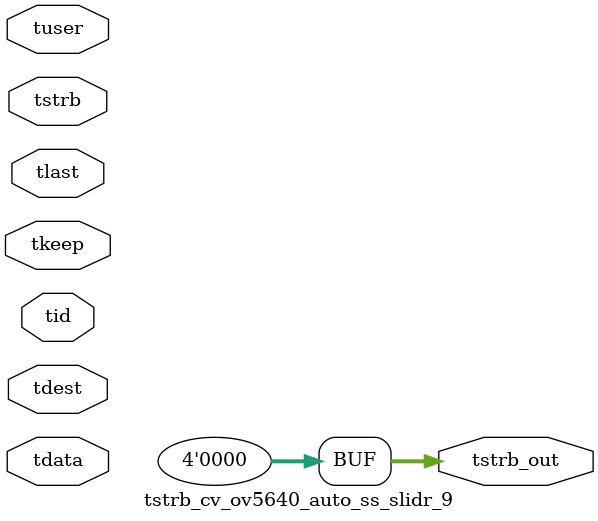
<source format=v>


`timescale 1ps/1ps

module tstrb_cv_ov5640_auto_ss_slidr_9 #
(
parameter C_S_AXIS_TDATA_WIDTH = 32,
parameter C_S_AXIS_TUSER_WIDTH = 0,
parameter C_S_AXIS_TID_WIDTH   = 0,
parameter C_S_AXIS_TDEST_WIDTH = 0,
parameter C_M_AXIS_TDATA_WIDTH = 32
)
(
input  [(C_S_AXIS_TDATA_WIDTH == 0 ? 1 : C_S_AXIS_TDATA_WIDTH)-1:0     ] tdata,
input  [(C_S_AXIS_TUSER_WIDTH == 0 ? 1 : C_S_AXIS_TUSER_WIDTH)-1:0     ] tuser,
input  [(C_S_AXIS_TID_WIDTH   == 0 ? 1 : C_S_AXIS_TID_WIDTH)-1:0       ] tid,
input  [(C_S_AXIS_TDEST_WIDTH == 0 ? 1 : C_S_AXIS_TDEST_WIDTH)-1:0     ] tdest,
input  [(C_S_AXIS_TDATA_WIDTH/8)-1:0 ] tkeep,
input  [(C_S_AXIS_TDATA_WIDTH/8)-1:0 ] tstrb,
input                                                                    tlast,
output [(C_M_AXIS_TDATA_WIDTH/8)-1:0 ] tstrb_out
);

assign tstrb_out = {1'b0};

endmodule


</source>
